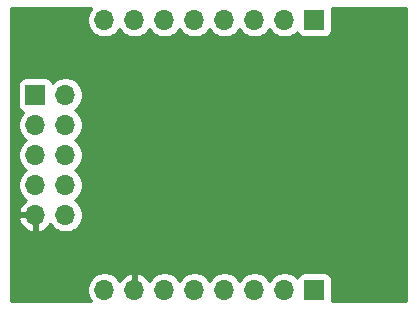
<source format=gbr>
%TF.GenerationSoftware,KiCad,Pcbnew,(5.1.10)-1*%
%TF.CreationDate,2021-10-25T01:06:34+02:00*%
%TF.ProjectId,c1101 shield,63313130-3120-4736-9869-656c642e6b69,rev?*%
%TF.SameCoordinates,Original*%
%TF.FileFunction,Copper,L2,Bot*%
%TF.FilePolarity,Positive*%
%FSLAX46Y46*%
G04 Gerber Fmt 4.6, Leading zero omitted, Abs format (unit mm)*
G04 Created by KiCad (PCBNEW (5.1.10)-1) date 2021-10-25 01:06:34*
%MOMM*%
%LPD*%
G01*
G04 APERTURE LIST*
%TA.AperFunction,ComponentPad*%
%ADD10R,1.700000X1.700000*%
%TD*%
%TA.AperFunction,ComponentPad*%
%ADD11O,1.700000X1.700000*%
%TD*%
%TA.AperFunction,Conductor*%
%ADD12C,0.254000*%
%TD*%
%TA.AperFunction,Conductor*%
%ADD13C,0.100000*%
%TD*%
G04 APERTURE END LIST*
D10*
%TO.P,J3,1*%
%TO.N,Net-(J3-Pad1)*%
X39296000Y-195218000D03*
D11*
%TO.P,J3,2*%
%TO.N,Net-(J3-Pad2)*%
X36756000Y-195218000D03*
%TO.P,J3,3*%
%TO.N,Net-(J1-Pad8)*%
X34216000Y-195218000D03*
%TO.P,J3,4*%
%TO.N,Net-(J1-Pad6)*%
X31676000Y-195218000D03*
%TO.P,J3,5*%
%TO.N,Net-(J3-Pad5)*%
X29136000Y-195218000D03*
%TO.P,J3,6*%
%TO.N,Net-(J3-Pad6)*%
X26596000Y-195218000D03*
%TO.P,J3,7*%
%TO.N,GND*%
X24056000Y-195218000D03*
%TO.P,J3,8*%
%TO.N,Net-(J3-Pad8)*%
X21516000Y-195218000D03*
%TD*%
D10*
%TO.P,J2,1*%
%TO.N,Net-(J2-Pad1)*%
X39296000Y-172358000D03*
D11*
%TO.P,J2,2*%
%TO.N,Net-(J2-Pad2)*%
X36756000Y-172358000D03*
%TO.P,J2,3*%
%TO.N,Net-(J2-Pad3)*%
X34216000Y-172358000D03*
%TO.P,J2,4*%
%TO.N,Net-(J1-Pad4)*%
X31676000Y-172358000D03*
%TO.P,J2,5*%
%TO.N,Net-(J1-Pad5)*%
X29136000Y-172358000D03*
%TO.P,J2,6*%
%TO.N,Net-(J1-Pad3)*%
X26596000Y-172358000D03*
%TO.P,J2,7*%
%TO.N,Net-(J1-Pad7)*%
X24056000Y-172358000D03*
%TO.P,J2,8*%
%TO.N,+3V3*%
X21516000Y-172358000D03*
%TD*%
%TO.P,J1,10*%
%TO.N,Net-(J1-Pad10)*%
X18214000Y-188868000D03*
%TO.P,J1,9*%
%TO.N,GND*%
X15674000Y-188868000D03*
%TO.P,J1,8*%
%TO.N,Net-(J1-Pad8)*%
X18214000Y-186328000D03*
%TO.P,J1,7*%
%TO.N,Net-(J1-Pad7)*%
X15674000Y-186328000D03*
%TO.P,J1,6*%
%TO.N,Net-(J1-Pad6)*%
X18214000Y-183788000D03*
%TO.P,J1,5*%
%TO.N,Net-(J1-Pad5)*%
X15674000Y-183788000D03*
%TO.P,J1,4*%
%TO.N,Net-(J1-Pad4)*%
X18214000Y-181248000D03*
%TO.P,J1,3*%
%TO.N,Net-(J1-Pad3)*%
X15674000Y-181248000D03*
%TO.P,J1,2*%
%TO.N,Net-(J1-Pad2)*%
X18214000Y-178708000D03*
D10*
%TO.P,J1,1*%
%TO.N,+3V3*%
X15674000Y-178708000D03*
%TD*%
D12*
%TO.N,GND*%
X20362525Y-171411368D02*
X20200010Y-171654589D01*
X20088068Y-171924842D01*
X20031000Y-172211740D01*
X20031000Y-172504260D01*
X20088068Y-172791158D01*
X20200010Y-173061411D01*
X20362525Y-173304632D01*
X20569368Y-173511475D01*
X20812589Y-173673990D01*
X21082842Y-173785932D01*
X21369740Y-173843000D01*
X21662260Y-173843000D01*
X21949158Y-173785932D01*
X22219411Y-173673990D01*
X22462632Y-173511475D01*
X22669475Y-173304632D01*
X22786000Y-173130240D01*
X22902525Y-173304632D01*
X23109368Y-173511475D01*
X23352589Y-173673990D01*
X23622842Y-173785932D01*
X23909740Y-173843000D01*
X24202260Y-173843000D01*
X24489158Y-173785932D01*
X24759411Y-173673990D01*
X25002632Y-173511475D01*
X25209475Y-173304632D01*
X25326000Y-173130240D01*
X25442525Y-173304632D01*
X25649368Y-173511475D01*
X25892589Y-173673990D01*
X26162842Y-173785932D01*
X26449740Y-173843000D01*
X26742260Y-173843000D01*
X27029158Y-173785932D01*
X27299411Y-173673990D01*
X27542632Y-173511475D01*
X27749475Y-173304632D01*
X27866000Y-173130240D01*
X27982525Y-173304632D01*
X28189368Y-173511475D01*
X28432589Y-173673990D01*
X28702842Y-173785932D01*
X28989740Y-173843000D01*
X29282260Y-173843000D01*
X29569158Y-173785932D01*
X29839411Y-173673990D01*
X30082632Y-173511475D01*
X30289475Y-173304632D01*
X30406000Y-173130240D01*
X30522525Y-173304632D01*
X30729368Y-173511475D01*
X30972589Y-173673990D01*
X31242842Y-173785932D01*
X31529740Y-173843000D01*
X31822260Y-173843000D01*
X32109158Y-173785932D01*
X32379411Y-173673990D01*
X32622632Y-173511475D01*
X32829475Y-173304632D01*
X32946000Y-173130240D01*
X33062525Y-173304632D01*
X33269368Y-173511475D01*
X33512589Y-173673990D01*
X33782842Y-173785932D01*
X34069740Y-173843000D01*
X34362260Y-173843000D01*
X34649158Y-173785932D01*
X34919411Y-173673990D01*
X35162632Y-173511475D01*
X35369475Y-173304632D01*
X35486000Y-173130240D01*
X35602525Y-173304632D01*
X35809368Y-173511475D01*
X36052589Y-173673990D01*
X36322842Y-173785932D01*
X36609740Y-173843000D01*
X36902260Y-173843000D01*
X37189158Y-173785932D01*
X37459411Y-173673990D01*
X37702632Y-173511475D01*
X37834487Y-173379620D01*
X37856498Y-173452180D01*
X37915463Y-173562494D01*
X37994815Y-173659185D01*
X38091506Y-173738537D01*
X38201820Y-173797502D01*
X38321518Y-173833812D01*
X38446000Y-173846072D01*
X40146000Y-173846072D01*
X40270482Y-173833812D01*
X40390180Y-173797502D01*
X40500494Y-173738537D01*
X40597185Y-173659185D01*
X40676537Y-173562494D01*
X40735502Y-173452180D01*
X40771812Y-173332482D01*
X40784072Y-173208000D01*
X40784072Y-171508000D01*
X40771812Y-171383518D01*
X40768621Y-171373000D01*
X47067000Y-171373000D01*
X47067001Y-196165000D01*
X40774519Y-196165000D01*
X40784072Y-196068000D01*
X40784072Y-194368000D01*
X40771812Y-194243518D01*
X40735502Y-194123820D01*
X40676537Y-194013506D01*
X40597185Y-193916815D01*
X40500494Y-193837463D01*
X40390180Y-193778498D01*
X40270482Y-193742188D01*
X40146000Y-193729928D01*
X38446000Y-193729928D01*
X38321518Y-193742188D01*
X38201820Y-193778498D01*
X38091506Y-193837463D01*
X37994815Y-193916815D01*
X37915463Y-194013506D01*
X37856498Y-194123820D01*
X37834487Y-194196380D01*
X37702632Y-194064525D01*
X37459411Y-193902010D01*
X37189158Y-193790068D01*
X36902260Y-193733000D01*
X36609740Y-193733000D01*
X36322842Y-193790068D01*
X36052589Y-193902010D01*
X35809368Y-194064525D01*
X35602525Y-194271368D01*
X35486000Y-194445760D01*
X35369475Y-194271368D01*
X35162632Y-194064525D01*
X34919411Y-193902010D01*
X34649158Y-193790068D01*
X34362260Y-193733000D01*
X34069740Y-193733000D01*
X33782842Y-193790068D01*
X33512589Y-193902010D01*
X33269368Y-194064525D01*
X33062525Y-194271368D01*
X32946000Y-194445760D01*
X32829475Y-194271368D01*
X32622632Y-194064525D01*
X32379411Y-193902010D01*
X32109158Y-193790068D01*
X31822260Y-193733000D01*
X31529740Y-193733000D01*
X31242842Y-193790068D01*
X30972589Y-193902010D01*
X30729368Y-194064525D01*
X30522525Y-194271368D01*
X30406000Y-194445760D01*
X30289475Y-194271368D01*
X30082632Y-194064525D01*
X29839411Y-193902010D01*
X29569158Y-193790068D01*
X29282260Y-193733000D01*
X28989740Y-193733000D01*
X28702842Y-193790068D01*
X28432589Y-193902010D01*
X28189368Y-194064525D01*
X27982525Y-194271368D01*
X27866000Y-194445760D01*
X27749475Y-194271368D01*
X27542632Y-194064525D01*
X27299411Y-193902010D01*
X27029158Y-193790068D01*
X26742260Y-193733000D01*
X26449740Y-193733000D01*
X26162842Y-193790068D01*
X25892589Y-193902010D01*
X25649368Y-194064525D01*
X25442525Y-194271368D01*
X25320805Y-194453534D01*
X25251178Y-194336645D01*
X25056269Y-194120412D01*
X24822920Y-193946359D01*
X24560099Y-193821175D01*
X24412890Y-193776524D01*
X24183000Y-193897845D01*
X24183000Y-195091000D01*
X24203000Y-195091000D01*
X24203000Y-195345000D01*
X24183000Y-195345000D01*
X24183000Y-195365000D01*
X23929000Y-195365000D01*
X23929000Y-195345000D01*
X23909000Y-195345000D01*
X23909000Y-195091000D01*
X23929000Y-195091000D01*
X23929000Y-193897845D01*
X23699110Y-193776524D01*
X23551901Y-193821175D01*
X23289080Y-193946359D01*
X23055731Y-194120412D01*
X22860822Y-194336645D01*
X22791195Y-194453534D01*
X22669475Y-194271368D01*
X22462632Y-194064525D01*
X22219411Y-193902010D01*
X21949158Y-193790068D01*
X21662260Y-193733000D01*
X21369740Y-193733000D01*
X21082842Y-193790068D01*
X20812589Y-193902010D01*
X20569368Y-194064525D01*
X20362525Y-194271368D01*
X20200010Y-194514589D01*
X20088068Y-194784842D01*
X20031000Y-195071740D01*
X20031000Y-195364260D01*
X20088068Y-195651158D01*
X20200010Y-195921411D01*
X20362525Y-196164632D01*
X20362893Y-196165000D01*
X13639000Y-196165000D01*
X13639000Y-189224890D01*
X14232524Y-189224890D01*
X14277175Y-189372099D01*
X14402359Y-189634920D01*
X14576412Y-189868269D01*
X14792645Y-190063178D01*
X15042748Y-190212157D01*
X15317109Y-190309481D01*
X15547000Y-190188814D01*
X15547000Y-188995000D01*
X14353845Y-188995000D01*
X14232524Y-189224890D01*
X13639000Y-189224890D01*
X13639000Y-177858000D01*
X14185928Y-177858000D01*
X14185928Y-179558000D01*
X14198188Y-179682482D01*
X14234498Y-179802180D01*
X14293463Y-179912494D01*
X14372815Y-180009185D01*
X14469506Y-180088537D01*
X14579820Y-180147502D01*
X14652380Y-180169513D01*
X14520525Y-180301368D01*
X14358010Y-180544589D01*
X14246068Y-180814842D01*
X14189000Y-181101740D01*
X14189000Y-181394260D01*
X14246068Y-181681158D01*
X14358010Y-181951411D01*
X14520525Y-182194632D01*
X14727368Y-182401475D01*
X14901760Y-182518000D01*
X14727368Y-182634525D01*
X14520525Y-182841368D01*
X14358010Y-183084589D01*
X14246068Y-183354842D01*
X14189000Y-183641740D01*
X14189000Y-183934260D01*
X14246068Y-184221158D01*
X14358010Y-184491411D01*
X14520525Y-184734632D01*
X14727368Y-184941475D01*
X14901760Y-185058000D01*
X14727368Y-185174525D01*
X14520525Y-185381368D01*
X14358010Y-185624589D01*
X14246068Y-185894842D01*
X14189000Y-186181740D01*
X14189000Y-186474260D01*
X14246068Y-186761158D01*
X14358010Y-187031411D01*
X14520525Y-187274632D01*
X14727368Y-187481475D01*
X14909534Y-187603195D01*
X14792645Y-187672822D01*
X14576412Y-187867731D01*
X14402359Y-188101080D01*
X14277175Y-188363901D01*
X14232524Y-188511110D01*
X14353845Y-188741000D01*
X15547000Y-188741000D01*
X15547000Y-188721000D01*
X15801000Y-188721000D01*
X15801000Y-188741000D01*
X15821000Y-188741000D01*
X15821000Y-188995000D01*
X15801000Y-188995000D01*
X15801000Y-190188814D01*
X16030891Y-190309481D01*
X16305252Y-190212157D01*
X16555355Y-190063178D01*
X16771588Y-189868269D01*
X16942900Y-189638594D01*
X17060525Y-189814632D01*
X17267368Y-190021475D01*
X17510589Y-190183990D01*
X17780842Y-190295932D01*
X18067740Y-190353000D01*
X18360260Y-190353000D01*
X18647158Y-190295932D01*
X18917411Y-190183990D01*
X19160632Y-190021475D01*
X19367475Y-189814632D01*
X19529990Y-189571411D01*
X19641932Y-189301158D01*
X19699000Y-189014260D01*
X19699000Y-188721740D01*
X19641932Y-188434842D01*
X19529990Y-188164589D01*
X19367475Y-187921368D01*
X19160632Y-187714525D01*
X18986240Y-187598000D01*
X19160632Y-187481475D01*
X19367475Y-187274632D01*
X19529990Y-187031411D01*
X19641932Y-186761158D01*
X19699000Y-186474260D01*
X19699000Y-186181740D01*
X19641932Y-185894842D01*
X19529990Y-185624589D01*
X19367475Y-185381368D01*
X19160632Y-185174525D01*
X18986240Y-185058000D01*
X19160632Y-184941475D01*
X19367475Y-184734632D01*
X19529990Y-184491411D01*
X19641932Y-184221158D01*
X19699000Y-183934260D01*
X19699000Y-183641740D01*
X19641932Y-183354842D01*
X19529990Y-183084589D01*
X19367475Y-182841368D01*
X19160632Y-182634525D01*
X18986240Y-182518000D01*
X19160632Y-182401475D01*
X19367475Y-182194632D01*
X19529990Y-181951411D01*
X19641932Y-181681158D01*
X19699000Y-181394260D01*
X19699000Y-181101740D01*
X19641932Y-180814842D01*
X19529990Y-180544589D01*
X19367475Y-180301368D01*
X19160632Y-180094525D01*
X18986240Y-179978000D01*
X19160632Y-179861475D01*
X19367475Y-179654632D01*
X19529990Y-179411411D01*
X19641932Y-179141158D01*
X19699000Y-178854260D01*
X19699000Y-178561740D01*
X19641932Y-178274842D01*
X19529990Y-178004589D01*
X19367475Y-177761368D01*
X19160632Y-177554525D01*
X18917411Y-177392010D01*
X18647158Y-177280068D01*
X18360260Y-177223000D01*
X18067740Y-177223000D01*
X17780842Y-177280068D01*
X17510589Y-177392010D01*
X17267368Y-177554525D01*
X17135513Y-177686380D01*
X17113502Y-177613820D01*
X17054537Y-177503506D01*
X16975185Y-177406815D01*
X16878494Y-177327463D01*
X16768180Y-177268498D01*
X16648482Y-177232188D01*
X16524000Y-177219928D01*
X14824000Y-177219928D01*
X14699518Y-177232188D01*
X14579820Y-177268498D01*
X14469506Y-177327463D01*
X14372815Y-177406815D01*
X14293463Y-177503506D01*
X14234498Y-177613820D01*
X14198188Y-177733518D01*
X14185928Y-177858000D01*
X13639000Y-177858000D01*
X13639000Y-171373000D01*
X20400893Y-171373000D01*
X20362525Y-171411368D01*
%TA.AperFunction,Conductor*%
D13*
G36*
X20362525Y-171411368D02*
G01*
X20200010Y-171654589D01*
X20088068Y-171924842D01*
X20031000Y-172211740D01*
X20031000Y-172504260D01*
X20088068Y-172791158D01*
X20200010Y-173061411D01*
X20362525Y-173304632D01*
X20569368Y-173511475D01*
X20812589Y-173673990D01*
X21082842Y-173785932D01*
X21369740Y-173843000D01*
X21662260Y-173843000D01*
X21949158Y-173785932D01*
X22219411Y-173673990D01*
X22462632Y-173511475D01*
X22669475Y-173304632D01*
X22786000Y-173130240D01*
X22902525Y-173304632D01*
X23109368Y-173511475D01*
X23352589Y-173673990D01*
X23622842Y-173785932D01*
X23909740Y-173843000D01*
X24202260Y-173843000D01*
X24489158Y-173785932D01*
X24759411Y-173673990D01*
X25002632Y-173511475D01*
X25209475Y-173304632D01*
X25326000Y-173130240D01*
X25442525Y-173304632D01*
X25649368Y-173511475D01*
X25892589Y-173673990D01*
X26162842Y-173785932D01*
X26449740Y-173843000D01*
X26742260Y-173843000D01*
X27029158Y-173785932D01*
X27299411Y-173673990D01*
X27542632Y-173511475D01*
X27749475Y-173304632D01*
X27866000Y-173130240D01*
X27982525Y-173304632D01*
X28189368Y-173511475D01*
X28432589Y-173673990D01*
X28702842Y-173785932D01*
X28989740Y-173843000D01*
X29282260Y-173843000D01*
X29569158Y-173785932D01*
X29839411Y-173673990D01*
X30082632Y-173511475D01*
X30289475Y-173304632D01*
X30406000Y-173130240D01*
X30522525Y-173304632D01*
X30729368Y-173511475D01*
X30972589Y-173673990D01*
X31242842Y-173785932D01*
X31529740Y-173843000D01*
X31822260Y-173843000D01*
X32109158Y-173785932D01*
X32379411Y-173673990D01*
X32622632Y-173511475D01*
X32829475Y-173304632D01*
X32946000Y-173130240D01*
X33062525Y-173304632D01*
X33269368Y-173511475D01*
X33512589Y-173673990D01*
X33782842Y-173785932D01*
X34069740Y-173843000D01*
X34362260Y-173843000D01*
X34649158Y-173785932D01*
X34919411Y-173673990D01*
X35162632Y-173511475D01*
X35369475Y-173304632D01*
X35486000Y-173130240D01*
X35602525Y-173304632D01*
X35809368Y-173511475D01*
X36052589Y-173673990D01*
X36322842Y-173785932D01*
X36609740Y-173843000D01*
X36902260Y-173843000D01*
X37189158Y-173785932D01*
X37459411Y-173673990D01*
X37702632Y-173511475D01*
X37834487Y-173379620D01*
X37856498Y-173452180D01*
X37915463Y-173562494D01*
X37994815Y-173659185D01*
X38091506Y-173738537D01*
X38201820Y-173797502D01*
X38321518Y-173833812D01*
X38446000Y-173846072D01*
X40146000Y-173846072D01*
X40270482Y-173833812D01*
X40390180Y-173797502D01*
X40500494Y-173738537D01*
X40597185Y-173659185D01*
X40676537Y-173562494D01*
X40735502Y-173452180D01*
X40771812Y-173332482D01*
X40784072Y-173208000D01*
X40784072Y-171508000D01*
X40771812Y-171383518D01*
X40768621Y-171373000D01*
X47067000Y-171373000D01*
X47067001Y-196165000D01*
X40774519Y-196165000D01*
X40784072Y-196068000D01*
X40784072Y-194368000D01*
X40771812Y-194243518D01*
X40735502Y-194123820D01*
X40676537Y-194013506D01*
X40597185Y-193916815D01*
X40500494Y-193837463D01*
X40390180Y-193778498D01*
X40270482Y-193742188D01*
X40146000Y-193729928D01*
X38446000Y-193729928D01*
X38321518Y-193742188D01*
X38201820Y-193778498D01*
X38091506Y-193837463D01*
X37994815Y-193916815D01*
X37915463Y-194013506D01*
X37856498Y-194123820D01*
X37834487Y-194196380D01*
X37702632Y-194064525D01*
X37459411Y-193902010D01*
X37189158Y-193790068D01*
X36902260Y-193733000D01*
X36609740Y-193733000D01*
X36322842Y-193790068D01*
X36052589Y-193902010D01*
X35809368Y-194064525D01*
X35602525Y-194271368D01*
X35486000Y-194445760D01*
X35369475Y-194271368D01*
X35162632Y-194064525D01*
X34919411Y-193902010D01*
X34649158Y-193790068D01*
X34362260Y-193733000D01*
X34069740Y-193733000D01*
X33782842Y-193790068D01*
X33512589Y-193902010D01*
X33269368Y-194064525D01*
X33062525Y-194271368D01*
X32946000Y-194445760D01*
X32829475Y-194271368D01*
X32622632Y-194064525D01*
X32379411Y-193902010D01*
X32109158Y-193790068D01*
X31822260Y-193733000D01*
X31529740Y-193733000D01*
X31242842Y-193790068D01*
X30972589Y-193902010D01*
X30729368Y-194064525D01*
X30522525Y-194271368D01*
X30406000Y-194445760D01*
X30289475Y-194271368D01*
X30082632Y-194064525D01*
X29839411Y-193902010D01*
X29569158Y-193790068D01*
X29282260Y-193733000D01*
X28989740Y-193733000D01*
X28702842Y-193790068D01*
X28432589Y-193902010D01*
X28189368Y-194064525D01*
X27982525Y-194271368D01*
X27866000Y-194445760D01*
X27749475Y-194271368D01*
X27542632Y-194064525D01*
X27299411Y-193902010D01*
X27029158Y-193790068D01*
X26742260Y-193733000D01*
X26449740Y-193733000D01*
X26162842Y-193790068D01*
X25892589Y-193902010D01*
X25649368Y-194064525D01*
X25442525Y-194271368D01*
X25320805Y-194453534D01*
X25251178Y-194336645D01*
X25056269Y-194120412D01*
X24822920Y-193946359D01*
X24560099Y-193821175D01*
X24412890Y-193776524D01*
X24183000Y-193897845D01*
X24183000Y-195091000D01*
X24203000Y-195091000D01*
X24203000Y-195345000D01*
X24183000Y-195345000D01*
X24183000Y-195365000D01*
X23929000Y-195365000D01*
X23929000Y-195345000D01*
X23909000Y-195345000D01*
X23909000Y-195091000D01*
X23929000Y-195091000D01*
X23929000Y-193897845D01*
X23699110Y-193776524D01*
X23551901Y-193821175D01*
X23289080Y-193946359D01*
X23055731Y-194120412D01*
X22860822Y-194336645D01*
X22791195Y-194453534D01*
X22669475Y-194271368D01*
X22462632Y-194064525D01*
X22219411Y-193902010D01*
X21949158Y-193790068D01*
X21662260Y-193733000D01*
X21369740Y-193733000D01*
X21082842Y-193790068D01*
X20812589Y-193902010D01*
X20569368Y-194064525D01*
X20362525Y-194271368D01*
X20200010Y-194514589D01*
X20088068Y-194784842D01*
X20031000Y-195071740D01*
X20031000Y-195364260D01*
X20088068Y-195651158D01*
X20200010Y-195921411D01*
X20362525Y-196164632D01*
X20362893Y-196165000D01*
X13639000Y-196165000D01*
X13639000Y-189224890D01*
X14232524Y-189224890D01*
X14277175Y-189372099D01*
X14402359Y-189634920D01*
X14576412Y-189868269D01*
X14792645Y-190063178D01*
X15042748Y-190212157D01*
X15317109Y-190309481D01*
X15547000Y-190188814D01*
X15547000Y-188995000D01*
X14353845Y-188995000D01*
X14232524Y-189224890D01*
X13639000Y-189224890D01*
X13639000Y-177858000D01*
X14185928Y-177858000D01*
X14185928Y-179558000D01*
X14198188Y-179682482D01*
X14234498Y-179802180D01*
X14293463Y-179912494D01*
X14372815Y-180009185D01*
X14469506Y-180088537D01*
X14579820Y-180147502D01*
X14652380Y-180169513D01*
X14520525Y-180301368D01*
X14358010Y-180544589D01*
X14246068Y-180814842D01*
X14189000Y-181101740D01*
X14189000Y-181394260D01*
X14246068Y-181681158D01*
X14358010Y-181951411D01*
X14520525Y-182194632D01*
X14727368Y-182401475D01*
X14901760Y-182518000D01*
X14727368Y-182634525D01*
X14520525Y-182841368D01*
X14358010Y-183084589D01*
X14246068Y-183354842D01*
X14189000Y-183641740D01*
X14189000Y-183934260D01*
X14246068Y-184221158D01*
X14358010Y-184491411D01*
X14520525Y-184734632D01*
X14727368Y-184941475D01*
X14901760Y-185058000D01*
X14727368Y-185174525D01*
X14520525Y-185381368D01*
X14358010Y-185624589D01*
X14246068Y-185894842D01*
X14189000Y-186181740D01*
X14189000Y-186474260D01*
X14246068Y-186761158D01*
X14358010Y-187031411D01*
X14520525Y-187274632D01*
X14727368Y-187481475D01*
X14909534Y-187603195D01*
X14792645Y-187672822D01*
X14576412Y-187867731D01*
X14402359Y-188101080D01*
X14277175Y-188363901D01*
X14232524Y-188511110D01*
X14353845Y-188741000D01*
X15547000Y-188741000D01*
X15547000Y-188721000D01*
X15801000Y-188721000D01*
X15801000Y-188741000D01*
X15821000Y-188741000D01*
X15821000Y-188995000D01*
X15801000Y-188995000D01*
X15801000Y-190188814D01*
X16030891Y-190309481D01*
X16305252Y-190212157D01*
X16555355Y-190063178D01*
X16771588Y-189868269D01*
X16942900Y-189638594D01*
X17060525Y-189814632D01*
X17267368Y-190021475D01*
X17510589Y-190183990D01*
X17780842Y-190295932D01*
X18067740Y-190353000D01*
X18360260Y-190353000D01*
X18647158Y-190295932D01*
X18917411Y-190183990D01*
X19160632Y-190021475D01*
X19367475Y-189814632D01*
X19529990Y-189571411D01*
X19641932Y-189301158D01*
X19699000Y-189014260D01*
X19699000Y-188721740D01*
X19641932Y-188434842D01*
X19529990Y-188164589D01*
X19367475Y-187921368D01*
X19160632Y-187714525D01*
X18986240Y-187598000D01*
X19160632Y-187481475D01*
X19367475Y-187274632D01*
X19529990Y-187031411D01*
X19641932Y-186761158D01*
X19699000Y-186474260D01*
X19699000Y-186181740D01*
X19641932Y-185894842D01*
X19529990Y-185624589D01*
X19367475Y-185381368D01*
X19160632Y-185174525D01*
X18986240Y-185058000D01*
X19160632Y-184941475D01*
X19367475Y-184734632D01*
X19529990Y-184491411D01*
X19641932Y-184221158D01*
X19699000Y-183934260D01*
X19699000Y-183641740D01*
X19641932Y-183354842D01*
X19529990Y-183084589D01*
X19367475Y-182841368D01*
X19160632Y-182634525D01*
X18986240Y-182518000D01*
X19160632Y-182401475D01*
X19367475Y-182194632D01*
X19529990Y-181951411D01*
X19641932Y-181681158D01*
X19699000Y-181394260D01*
X19699000Y-181101740D01*
X19641932Y-180814842D01*
X19529990Y-180544589D01*
X19367475Y-180301368D01*
X19160632Y-180094525D01*
X18986240Y-179978000D01*
X19160632Y-179861475D01*
X19367475Y-179654632D01*
X19529990Y-179411411D01*
X19641932Y-179141158D01*
X19699000Y-178854260D01*
X19699000Y-178561740D01*
X19641932Y-178274842D01*
X19529990Y-178004589D01*
X19367475Y-177761368D01*
X19160632Y-177554525D01*
X18917411Y-177392010D01*
X18647158Y-177280068D01*
X18360260Y-177223000D01*
X18067740Y-177223000D01*
X17780842Y-177280068D01*
X17510589Y-177392010D01*
X17267368Y-177554525D01*
X17135513Y-177686380D01*
X17113502Y-177613820D01*
X17054537Y-177503506D01*
X16975185Y-177406815D01*
X16878494Y-177327463D01*
X16768180Y-177268498D01*
X16648482Y-177232188D01*
X16524000Y-177219928D01*
X14824000Y-177219928D01*
X14699518Y-177232188D01*
X14579820Y-177268498D01*
X14469506Y-177327463D01*
X14372815Y-177406815D01*
X14293463Y-177503506D01*
X14234498Y-177613820D01*
X14198188Y-177733518D01*
X14185928Y-177858000D01*
X13639000Y-177858000D01*
X13639000Y-171373000D01*
X20400893Y-171373000D01*
X20362525Y-171411368D01*
G37*
%TD.AperFunction*%
%TD*%
M02*

</source>
